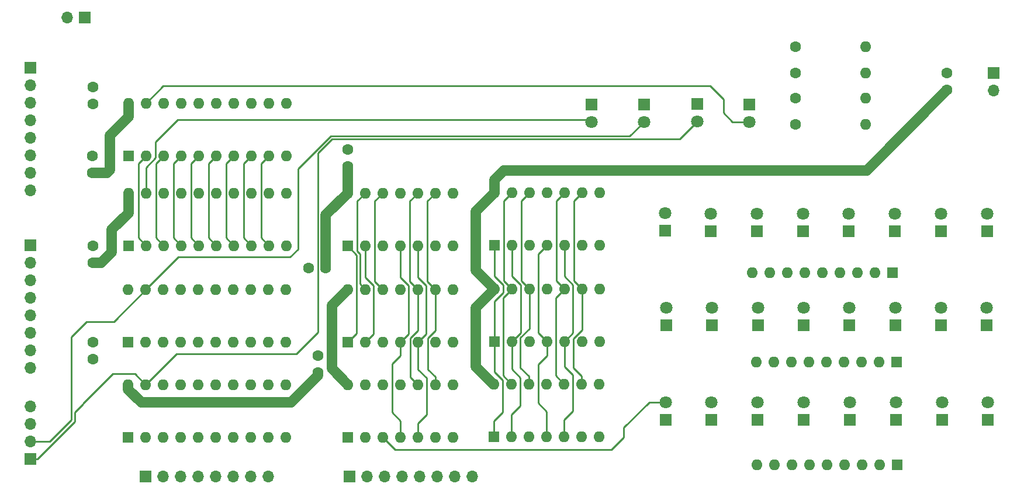
<source format=gbr>
%TF.GenerationSoftware,KiCad,Pcbnew,(5.1.9-0-10_14)*%
%TF.CreationDate,2021-04-28T01:33:21-04:00*%
%TF.ProjectId,ALU,414c552e-6b69-4636-9164-5f7063625858,rev?*%
%TF.SameCoordinates,Original*%
%TF.FileFunction,Copper,L2,Inr*%
%TF.FilePolarity,Positive*%
%FSLAX46Y46*%
G04 Gerber Fmt 4.6, Leading zero omitted, Abs format (unit mm)*
G04 Created by KiCad (PCBNEW (5.1.9-0-10_14)) date 2021-04-28 01:33:21*
%MOMM*%
%LPD*%
G01*
G04 APERTURE LIST*
%TA.AperFunction,ComponentPad*%
%ADD10O,1.600000X1.600000*%
%TD*%
%TA.AperFunction,ComponentPad*%
%ADD11C,1.600000*%
%TD*%
%TA.AperFunction,ComponentPad*%
%ADD12C,1.800000*%
%TD*%
%TA.AperFunction,ComponentPad*%
%ADD13R,1.800000X1.800000*%
%TD*%
%TA.AperFunction,ComponentPad*%
%ADD14O,1.700000X1.700000*%
%TD*%
%TA.AperFunction,ComponentPad*%
%ADD15R,1.700000X1.700000*%
%TD*%
%TA.AperFunction,ComponentPad*%
%ADD16R,1.600000X1.600000*%
%TD*%
%TA.AperFunction,Conductor*%
%ADD17C,1.500000*%
%TD*%
%TA.AperFunction,Conductor*%
%ADD18C,0.250000*%
%TD*%
G04 APERTURE END LIST*
D10*
%TO.N,GND*%
%TO.C,R4*%
X191922400Y-46723300D03*
D11*
%TO.N,Net-(D28-Pad1)*%
X181762400Y-46723300D03*
%TD*%
D10*
%TO.N,GND*%
%TO.C,R3*%
X191884300Y-35496500D03*
D11*
%TO.N,Net-(D27-Pad1)*%
X181724300Y-35496500D03*
%TD*%
D10*
%TO.N,GND*%
%TO.C,R2*%
X191884300Y-39230300D03*
D11*
%TO.N,Net-(D26-Pad1)*%
X181724300Y-39230300D03*
%TD*%
D10*
%TO.N,GND*%
%TO.C,R1*%
X191884300Y-42913300D03*
D11*
%TO.N,Net-(D25-Pad1)*%
X181724300Y-42913300D03*
%TD*%
D12*
%TO.N,/PASS*%
%TO.C,D28*%
X175082200Y-46342300D03*
D13*
%TO.N,Net-(D28-Pad1)*%
X175082200Y-43802300D03*
%TD*%
D12*
%TO.N,/AND_OUT*%
%TO.C,D27*%
X152171400Y-46367700D03*
D13*
%TO.N,Net-(D27-Pad1)*%
X152171400Y-43827700D03*
%TD*%
D12*
%TO.N,/OR_OUT*%
%TO.C,D26*%
X159804100Y-46342300D03*
D13*
%TO.N,Net-(D26-Pad1)*%
X159804100Y-43802300D03*
%TD*%
D12*
%TO.N,/XOR_OUT*%
%TO.C,D25*%
X167538400Y-46329600D03*
D13*
%TO.N,Net-(D25-Pad1)*%
X167538400Y-43789600D03*
%TD*%
D14*
%TO.N,VCC*%
%TO.C,J7*%
X76238100Y-31191200D03*
D15*
%TO.N,GND*%
X78778100Y-31191200D03*
%TD*%
D14*
%TO.N,/Y1*%
%TO.C,J6*%
X134924800Y-97739200D03*
%TO.N,/Y2*%
X132384800Y-97739200D03*
%TO.N,/Y3*%
X129844800Y-97739200D03*
%TO.N,/Y4*%
X127304800Y-97739200D03*
%TO.N,/Y5*%
X124764800Y-97739200D03*
%TO.N,/Y6*%
X122224800Y-97739200D03*
%TO.N,/Y7*%
X119684800Y-97739200D03*
D15*
%TO.N,/Y8*%
X117144800Y-97739200D03*
%TD*%
D10*
%TO.N,Net-(D17-Pad1)*%
%TO.C,RN3*%
X176187100Y-96075500D03*
%TO.N,Net-(D18-Pad1)*%
X178727100Y-96075500D03*
%TO.N,Net-(D19-Pad1)*%
X181267100Y-96075500D03*
%TO.N,Net-(D20-Pad1)*%
X183807100Y-96075500D03*
%TO.N,Net-(D21-Pad1)*%
X186347100Y-96075500D03*
%TO.N,Net-(D22-Pad1)*%
X188887100Y-96075500D03*
%TO.N,Net-(D23-Pad1)*%
X191427100Y-96075500D03*
%TO.N,Net-(D24-Pad1)*%
X193967100Y-96075500D03*
D16*
%TO.N,GND*%
X196507100Y-96075500D03*
%TD*%
D14*
%TO.N,/PASS*%
%TO.C,J5*%
X70929500Y-87591900D03*
%TO.N,/AND_OUT*%
X70929500Y-90131900D03*
%TO.N,/OR_OUT*%
X70929500Y-92671900D03*
D15*
%TO.N,/XOR_OUT*%
X70929500Y-95211900D03*
%TD*%
D10*
%TO.N,VCC*%
%TO.C,U7*%
X138124000Y-70574100D03*
%TO.N,GND*%
X153364000Y-78194100D03*
%TO.N,A2*%
X140664000Y-70574100D03*
%TO.N,Net-(D12-Pad2)*%
X150824000Y-78194100D03*
%TO.N,B2*%
X143204000Y-70574100D03*
%TO.N,B5*%
X148284000Y-78194100D03*
%TO.N,Net-(D15-Pad2)*%
X145744000Y-70574100D03*
%TO.N,A5*%
X145744000Y-78194100D03*
%TO.N,B1*%
X148284000Y-70574100D03*
%TO.N,Net-(D11-Pad2)*%
X143204000Y-78194100D03*
%TO.N,A1*%
X150824000Y-70574100D03*
%TO.N,B6*%
X140664000Y-78194100D03*
%TO.N,Net-(D16-Pad2)*%
X153364000Y-70574100D03*
D16*
%TO.N,A6*%
X138124000Y-78194100D03*
%TD*%
D12*
%TO.N,Net-(D24-Pad2)*%
%TO.C,D24*%
X209638900Y-86995000D03*
D13*
%TO.N,Net-(D24-Pad1)*%
X209638900Y-89535000D03*
%TD*%
D12*
%TO.N,Net-(D23-Pad2)*%
%TO.C,D23*%
X202971400Y-86995000D03*
D13*
%TO.N,Net-(D23-Pad1)*%
X202971400Y-89535000D03*
%TD*%
D12*
%TO.N,Net-(D22-Pad2)*%
%TO.C,D22*%
X196303900Y-86995000D03*
D13*
%TO.N,Net-(D22-Pad1)*%
X196303900Y-89535000D03*
%TD*%
D12*
%TO.N,Net-(D21-Pad2)*%
%TO.C,D21*%
X189611000Y-86995000D03*
D13*
%TO.N,Net-(D21-Pad1)*%
X189611000Y-89535000D03*
%TD*%
D12*
%TO.N,Net-(D20-Pad2)*%
%TO.C,D20*%
X182930800Y-87007700D03*
D13*
%TO.N,Net-(D20-Pad1)*%
X182930800Y-89547700D03*
%TD*%
D12*
%TO.N,Net-(D19-Pad2)*%
%TO.C,D19*%
X176263300Y-86995000D03*
D13*
%TO.N,Net-(D19-Pad1)*%
X176263300Y-89535000D03*
%TD*%
D12*
%TO.N,Net-(D18-Pad2)*%
%TO.C,D18*%
X169595800Y-86995000D03*
D13*
%TO.N,Net-(D18-Pad1)*%
X169595800Y-89535000D03*
%TD*%
D12*
%TO.N,Net-(D17-Pad2)*%
%TO.C,D17*%
X162941000Y-87007700D03*
D13*
%TO.N,Net-(D17-Pad1)*%
X162941000Y-89547700D03*
%TD*%
D10*
%TO.N,Net-(D9-Pad1)*%
%TO.C,RN2*%
X176072800Y-81191100D03*
%TO.N,Net-(D10-Pad1)*%
X178612800Y-81191100D03*
%TO.N,Net-(D11-Pad1)*%
X181152800Y-81191100D03*
%TO.N,Net-(D12-Pad1)*%
X183692800Y-81191100D03*
%TO.N,Net-(D13-Pad1)*%
X186232800Y-81191100D03*
%TO.N,Net-(D14-Pad1)*%
X188772800Y-81191100D03*
%TO.N,Net-(D15-Pad1)*%
X191312800Y-81191100D03*
%TO.N,Net-(D16-Pad1)*%
X193852800Y-81191100D03*
D16*
%TO.N,GND*%
X196392800Y-81191100D03*
%TD*%
D12*
%TO.N,Net-(D16-Pad2)*%
%TO.C,D16*%
X209461100Y-73304400D03*
D13*
%TO.N,Net-(D16-Pad1)*%
X209461100Y-75844400D03*
%TD*%
D12*
%TO.N,Net-(D15-Pad2)*%
%TO.C,D15*%
X202831700Y-73304400D03*
D13*
%TO.N,Net-(D15-Pad1)*%
X202831700Y-75844400D03*
%TD*%
D12*
%TO.N,Net-(D14-Pad2)*%
%TO.C,D14*%
X196189600Y-73304400D03*
D13*
%TO.N,Net-(D14-Pad1)*%
X196189600Y-75844400D03*
%TD*%
D12*
%TO.N,Net-(D13-Pad2)*%
%TO.C,D13*%
X189560200Y-73304400D03*
D13*
%TO.N,Net-(D13-Pad1)*%
X189560200Y-75844400D03*
%TD*%
D12*
%TO.N,Net-(D12-Pad2)*%
%TO.C,D12*%
X182930800Y-73291700D03*
D13*
%TO.N,Net-(D12-Pad1)*%
X182930800Y-75831700D03*
%TD*%
D12*
%TO.N,Net-(D11-Pad2)*%
%TO.C,D11*%
X176301400Y-73279000D03*
D13*
%TO.N,Net-(D11-Pad1)*%
X176301400Y-75819000D03*
%TD*%
D12*
%TO.N,Net-(D10-Pad2)*%
%TO.C,D10*%
X169659300Y-73279000D03*
D13*
%TO.N,Net-(D10-Pad1)*%
X169659300Y-75819000D03*
%TD*%
D12*
%TO.N,Net-(U4-Pad3)*%
%TO.C,D9*%
X163029900Y-73266300D03*
D13*
%TO.N,Net-(D9-Pad1)*%
X163029900Y-75806300D03*
%TD*%
D10*
%TO.N,Net-(D1-Pad1)*%
%TO.C,RN1*%
X175475900Y-68186300D03*
%TO.N,Net-(D2-Pad1)*%
X178015900Y-68186300D03*
%TO.N,Net-(D3-Pad1)*%
X180555900Y-68186300D03*
%TO.N,Net-(D4-Pad1)*%
X183095900Y-68186300D03*
%TO.N,Net-(D5-Pad1)*%
X185635900Y-68186300D03*
%TO.N,Net-(D6-Pad1)*%
X188175900Y-68186300D03*
%TO.N,Net-(D7-Pad1)*%
X190715900Y-68186300D03*
%TO.N,Net-(D8-Pad1)*%
X193255900Y-68186300D03*
D16*
%TO.N,GND*%
X195795900Y-68186300D03*
%TD*%
D12*
%TO.N,Net-(D8-Pad2)*%
%TO.C,D8*%
X209524600Y-59639200D03*
D13*
%TO.N,Net-(D8-Pad1)*%
X209524600Y-62179200D03*
%TD*%
D12*
%TO.N,Net-(D7-Pad2)*%
%TO.C,D7*%
X202844400Y-59639200D03*
D13*
%TO.N,Net-(D7-Pad1)*%
X202844400Y-62179200D03*
%TD*%
D12*
%TO.N,Net-(D6-Pad2)*%
%TO.C,D6*%
X196164200Y-59639200D03*
D13*
%TO.N,Net-(D6-Pad1)*%
X196164200Y-62179200D03*
%TD*%
D12*
%TO.N,Net-(D5-Pad2)*%
%TO.C,D5*%
X189471300Y-59639200D03*
D13*
%TO.N,Net-(D5-Pad1)*%
X189471300Y-62179200D03*
%TD*%
D12*
%TO.N,Net-(D4-Pad2)*%
%TO.C,D4*%
X182816500Y-59639200D03*
D13*
%TO.N,Net-(D4-Pad1)*%
X182816500Y-62179200D03*
%TD*%
D12*
%TO.N,Net-(D3-Pad2)*%
%TO.C,D3*%
X176149000Y-59639200D03*
D13*
%TO.N,Net-(D3-Pad1)*%
X176149000Y-62179200D03*
%TD*%
D12*
%TO.N,Net-(D2-Pad2)*%
%TO.C,D2*%
X169494200Y-59639200D03*
D13*
%TO.N,Net-(D2-Pad1)*%
X169494200Y-62179200D03*
%TD*%
D12*
%TO.N,Net-(D1-Pad2)*%
%TO.C,D1*%
X162852100Y-59626500D03*
D13*
%TO.N,Net-(D1-Pad1)*%
X162852100Y-62166500D03*
%TD*%
D14*
%TO.N,/Y1*%
%TO.C,J4*%
X105397300Y-97751900D03*
%TO.N,/Y2*%
X102857300Y-97751900D03*
%TO.N,/Y3*%
X100317300Y-97751900D03*
%TO.N,/Y4*%
X97777300Y-97751900D03*
%TO.N,/Y5*%
X95237300Y-97751900D03*
%TO.N,/Y6*%
X92697300Y-97751900D03*
%TO.N,/Y7*%
X90157300Y-97751900D03*
D15*
%TO.N,/Y8*%
X87617300Y-97751900D03*
%TD*%
D11*
%TO.N,GND*%
%TO.C,C8*%
X112560100Y-80227800D03*
%TO.N,VCC*%
X112560100Y-82727800D03*
%TD*%
%TO.N,GND*%
%TO.C,C7*%
X80022700Y-41289600D03*
%TO.N,VCC*%
X80022700Y-43789600D03*
%TD*%
%TO.N,GND*%
%TO.C,C6*%
X111215800Y-67551300D03*
%TO.N,VCC*%
X113715800Y-67551300D03*
%TD*%
%TO.N,GND*%
%TO.C,C5*%
X116865400Y-50332000D03*
%TO.N,VCC*%
X116865400Y-52832000D03*
%TD*%
%TO.N,GND*%
%TO.C,C4*%
X79883000Y-51284500D03*
%TO.N,VCC*%
X79883000Y-53784500D03*
%TD*%
D10*
%TO.N,VCC*%
%TO.C,U10*%
X85128100Y-43675300D03*
%TO.N,GND*%
X107988100Y-51295300D03*
%TO.N,/PASS*%
X87668100Y-43675300D03*
%TO.N,/Y1*%
X105448100Y-51295300D03*
%TO.N,A8*%
X90208100Y-43675300D03*
%TO.N,/Y2*%
X102908100Y-51295300D03*
%TO.N,A7*%
X92748100Y-43675300D03*
%TO.N,/Y3*%
X100368100Y-51295300D03*
%TO.N,A6*%
X95288100Y-43675300D03*
%TO.N,/Y4*%
X97828100Y-51295300D03*
%TO.N,A5*%
X97828100Y-43675300D03*
%TO.N,/Y5*%
X95288100Y-51295300D03*
%TO.N,A4*%
X100368100Y-43675300D03*
%TO.N,/Y6*%
X92748100Y-51295300D03*
%TO.N,A3*%
X102908100Y-43675300D03*
%TO.N,/Y7*%
X90208100Y-51295300D03*
%TO.N,A2*%
X105448100Y-43675300D03*
%TO.N,/Y8*%
X87668100Y-51295300D03*
%TO.N,A1*%
X107988100Y-43675300D03*
D16*
%TO.N,GND*%
X85128100Y-51295300D03*
%TD*%
D10*
%TO.N,VCC*%
%TO.C,U9*%
X138085900Y-84374800D03*
%TO.N,GND*%
X153325900Y-91994800D03*
%TO.N,A2*%
X140625900Y-84374800D03*
%TO.N,Net-(D20-Pad2)*%
X150785900Y-91994800D03*
%TO.N,B2*%
X143165900Y-84374800D03*
%TO.N,B5*%
X148245900Y-91994800D03*
%TO.N,Net-(D23-Pad2)*%
X145705900Y-84374800D03*
%TO.N,A5*%
X145705900Y-91994800D03*
%TO.N,B1*%
X148245900Y-84374800D03*
%TO.N,Net-(D19-Pad2)*%
X143165900Y-91994800D03*
%TO.N,A1*%
X150785900Y-84374800D03*
%TO.N,B6*%
X140625900Y-91994800D03*
%TO.N,Net-(D24-Pad2)*%
X153325900Y-84374800D03*
D16*
%TO.N,A6*%
X138085900Y-91994800D03*
%TD*%
D10*
%TO.N,VCC*%
%TO.C,U8*%
X85090000Y-84442300D03*
%TO.N,GND*%
X107950000Y-92062300D03*
%TO.N,/XOR_OUT*%
X87630000Y-84442300D03*
%TO.N,/Y1*%
X105410000Y-92062300D03*
%TO.N,Net-(D17-Pad2)*%
X90170000Y-84442300D03*
%TO.N,/Y2*%
X102870000Y-92062300D03*
%TO.N,Net-(D18-Pad2)*%
X92710000Y-84442300D03*
%TO.N,/Y3*%
X100330000Y-92062300D03*
%TO.N,Net-(D19-Pad2)*%
X95250000Y-84442300D03*
%TO.N,/Y4*%
X97790000Y-92062300D03*
%TO.N,Net-(D20-Pad2)*%
X97790000Y-84442300D03*
%TO.N,/Y5*%
X95250000Y-92062300D03*
%TO.N,Net-(D21-Pad2)*%
X100330000Y-84442300D03*
%TO.N,/Y6*%
X92710000Y-92062300D03*
%TO.N,Net-(D22-Pad2)*%
X102870000Y-84442300D03*
%TO.N,/Y7*%
X90170000Y-92062300D03*
%TO.N,Net-(D23-Pad2)*%
X105410000Y-84442300D03*
%TO.N,/Y8*%
X87630000Y-92062300D03*
%TO.N,Net-(D24-Pad2)*%
X107950000Y-84442300D03*
D16*
%TO.N,GND*%
X85090000Y-92062300D03*
%TD*%
D10*
%TO.N,VCC*%
%TO.C,U6*%
X85102700Y-70662800D03*
%TO.N,GND*%
X107962700Y-78282800D03*
%TO.N,/OR_OUT*%
X87642700Y-70662800D03*
%TO.N,/Y1*%
X105422700Y-78282800D03*
%TO.N,Net-(U4-Pad3)*%
X90182700Y-70662800D03*
%TO.N,/Y2*%
X102882700Y-78282800D03*
%TO.N,Net-(D10-Pad2)*%
X92722700Y-70662800D03*
%TO.N,/Y3*%
X100342700Y-78282800D03*
%TO.N,Net-(D11-Pad2)*%
X95262700Y-70662800D03*
%TO.N,/Y4*%
X97802700Y-78282800D03*
%TO.N,Net-(D12-Pad2)*%
X97802700Y-70662800D03*
%TO.N,/Y5*%
X95262700Y-78282800D03*
%TO.N,Net-(D13-Pad2)*%
X100342700Y-70662800D03*
%TO.N,/Y6*%
X92722700Y-78282800D03*
%TO.N,Net-(D14-Pad2)*%
X102882700Y-70662800D03*
%TO.N,/Y7*%
X90182700Y-78282800D03*
%TO.N,Net-(D15-Pad2)*%
X105422700Y-70662800D03*
%TO.N,/Y8*%
X87642700Y-78282800D03*
%TO.N,Net-(D16-Pad2)*%
X107962700Y-70662800D03*
D16*
%TO.N,GND*%
X85102700Y-78282800D03*
%TD*%
D10*
%TO.N,VCC*%
%TO.C,U5*%
X116895200Y-84451000D03*
%TO.N,GND*%
X132135200Y-92071000D03*
%TO.N,B4*%
X119435200Y-84451000D03*
%TO.N,Net-(D18-Pad2)*%
X129595200Y-92071000D03*
%TO.N,A4*%
X121975200Y-84451000D03*
%TO.N,B7*%
X127055200Y-92071000D03*
%TO.N,Net-(D21-Pad2)*%
X124515200Y-84451000D03*
%TO.N,A7*%
X124515200Y-92071000D03*
%TO.N,B3*%
X127055200Y-84451000D03*
%TO.N,Net-(D17-Pad2)*%
X121975200Y-92071000D03*
%TO.N,A3*%
X129595200Y-84451000D03*
%TO.N,B8*%
X119435200Y-92071000D03*
%TO.N,Net-(D22-Pad2)*%
X132135200Y-84451000D03*
D16*
%TO.N,A8*%
X116895200Y-92071000D03*
%TD*%
D10*
%TO.N,VCC*%
%TO.C,U4*%
X116933300Y-70650300D03*
%TO.N,GND*%
X132173300Y-78270300D03*
%TO.N,B4*%
X119473300Y-70650300D03*
%TO.N,Net-(D10-Pad2)*%
X129633300Y-78270300D03*
%TO.N,A4*%
X122013300Y-70650300D03*
%TO.N,B7*%
X127093300Y-78270300D03*
%TO.N,Net-(D13-Pad2)*%
X124553300Y-70650300D03*
%TO.N,A7*%
X124553300Y-78270300D03*
%TO.N,B3*%
X127093300Y-70650300D03*
%TO.N,Net-(U4-Pad3)*%
X122013300Y-78270300D03*
%TO.N,A3*%
X129633300Y-70650300D03*
%TO.N,B8*%
X119473300Y-78270300D03*
%TO.N,Net-(D14-Pad2)*%
X132173300Y-70650300D03*
D16*
%TO.N,A8*%
X116933300Y-78270300D03*
%TD*%
D11*
%TO.N,GND*%
%TO.C,C3*%
X79946500Y-78272000D03*
%TO.N,VCC*%
X79946500Y-80772000D03*
%TD*%
%TO.N,GND*%
%TO.C,C2*%
X79946500Y-64289300D03*
%TO.N,VCC*%
X79946500Y-66789300D03*
%TD*%
D10*
%TO.N,VCC*%
%TO.C,U3*%
X138112500Y-56654700D03*
%TO.N,GND*%
X153352500Y-64274700D03*
%TO.N,A2*%
X140652500Y-56654700D03*
%TO.N,Net-(D4-Pad2)*%
X150812500Y-64274700D03*
%TO.N,B2*%
X143192500Y-56654700D03*
%TO.N,B5*%
X148272500Y-64274700D03*
%TO.N,Net-(D7-Pad2)*%
X145732500Y-56654700D03*
%TO.N,A5*%
X145732500Y-64274700D03*
%TO.N,B1*%
X148272500Y-56654700D03*
%TO.N,Net-(D3-Pad2)*%
X143192500Y-64274700D03*
%TO.N,A1*%
X150812500Y-56654700D03*
%TO.N,B6*%
X140652500Y-64274700D03*
%TO.N,Net-(D8-Pad2)*%
X153352500Y-56654700D03*
D16*
%TO.N,A6*%
X138112500Y-64274700D03*
%TD*%
D10*
%TO.N,VCC*%
%TO.C,U2*%
X85140800Y-56667400D03*
%TO.N,GND*%
X108000800Y-64287400D03*
%TO.N,/AND_OUT*%
X87680800Y-56667400D03*
%TO.N,/Y1*%
X105460800Y-64287400D03*
%TO.N,Net-(D1-Pad2)*%
X90220800Y-56667400D03*
%TO.N,/Y2*%
X102920800Y-64287400D03*
%TO.N,Net-(D2-Pad2)*%
X92760800Y-56667400D03*
%TO.N,/Y3*%
X100380800Y-64287400D03*
%TO.N,Net-(D3-Pad2)*%
X95300800Y-56667400D03*
%TO.N,/Y4*%
X97840800Y-64287400D03*
%TO.N,Net-(D4-Pad2)*%
X97840800Y-56667400D03*
%TO.N,/Y5*%
X95300800Y-64287400D03*
%TO.N,Net-(D5-Pad2)*%
X100380800Y-56667400D03*
%TO.N,/Y6*%
X92760800Y-64287400D03*
%TO.N,Net-(D6-Pad2)*%
X102920800Y-56667400D03*
%TO.N,/Y7*%
X90220800Y-64287400D03*
%TO.N,Net-(D7-Pad2)*%
X105460800Y-56667400D03*
%TO.N,/Y8*%
X87680800Y-64287400D03*
%TO.N,Net-(D8-Pad2)*%
X108000800Y-56667400D03*
D16*
%TO.N,GND*%
X85140800Y-64287400D03*
%TD*%
D10*
%TO.N,VCC*%
%TO.C,U1*%
X116865400Y-56718200D03*
%TO.N,GND*%
X132105400Y-64338200D03*
%TO.N,B4*%
X119405400Y-56718200D03*
%TO.N,Net-(D2-Pad2)*%
X129565400Y-64338200D03*
%TO.N,A4*%
X121945400Y-56718200D03*
%TO.N,B7*%
X127025400Y-64338200D03*
%TO.N,Net-(D5-Pad2)*%
X124485400Y-56718200D03*
%TO.N,A7*%
X124485400Y-64338200D03*
%TO.N,B3*%
X127025400Y-56718200D03*
%TO.N,Net-(D1-Pad2)*%
X121945400Y-64338200D03*
%TO.N,A3*%
X129565400Y-56718200D03*
%TO.N,B8*%
X119405400Y-64338200D03*
%TO.N,Net-(D6-Pad2)*%
X132105400Y-56718200D03*
D16*
%TO.N,A8*%
X116865400Y-64338200D03*
%TD*%
D14*
%TO.N,B8*%
%TO.C,J3*%
X70916800Y-82003900D03*
%TO.N,B7*%
X70916800Y-79463900D03*
%TO.N,B6*%
X70916800Y-76923900D03*
%TO.N,B5*%
X70916800Y-74383900D03*
%TO.N,B4*%
X70916800Y-71843900D03*
%TO.N,B3*%
X70916800Y-69303900D03*
%TO.N,B2*%
X70916800Y-66763900D03*
D15*
%TO.N,B1*%
X70916800Y-64223900D03*
%TD*%
D14*
%TO.N,A8*%
%TO.C,J2*%
X70904100Y-56273700D03*
%TO.N,A7*%
X70904100Y-53733700D03*
%TO.N,A6*%
X70904100Y-51193700D03*
%TO.N,A5*%
X70904100Y-48653700D03*
%TO.N,A4*%
X70904100Y-46113700D03*
%TO.N,A3*%
X70904100Y-43573700D03*
%TO.N,A2*%
X70904100Y-41033700D03*
D15*
%TO.N,A1*%
X70904100Y-38493700D03*
%TD*%
D14*
%TO.N,VCC*%
%TO.C,J1*%
X210464400Y-41795700D03*
D15*
%TO.N,GND*%
X210464400Y-39255700D03*
%TD*%
D11*
%TO.N,GND*%
%TO.C,C1*%
X203695300Y-39257600D03*
%TO.N,VCC*%
X203695300Y-41757600D03*
%TD*%
D17*
%TO.N,VCC*%
X116865400Y-52832000D02*
X116865400Y-56718200D01*
X135432800Y-67882900D02*
X138124000Y-70574100D01*
X135432800Y-59334400D02*
X135432800Y-67882900D01*
X138112500Y-56654700D02*
X135432800Y-59334400D01*
X138124000Y-70574100D02*
X135432800Y-73265300D01*
X135432800Y-73265300D02*
X135432800Y-81826100D01*
D18*
X137981500Y-84374800D02*
X138085900Y-84374800D01*
D17*
X135432800Y-81826100D02*
X137981500Y-84374800D01*
D18*
X135229600Y-82029300D02*
X135432800Y-81826100D01*
D17*
X116933300Y-70650300D02*
X114592100Y-72991500D01*
X114592100Y-82147900D02*
X116895200Y-84451000D01*
X114592100Y-72991500D02*
X114592100Y-82147900D01*
X116865400Y-56718200D02*
X113715800Y-59867800D01*
X113715800Y-59867800D02*
X113715800Y-67551300D01*
D18*
X112242600Y-82410300D02*
X112560100Y-82727800D01*
D17*
X81178400Y-66789300D02*
X79946500Y-66789300D01*
X82715100Y-65252600D02*
X81178400Y-66789300D01*
X82715100Y-61988700D02*
X82715100Y-65252600D01*
X85140800Y-59563000D02*
X82715100Y-61988700D01*
X85140800Y-56667400D02*
X85140800Y-59563000D01*
X85128100Y-43675300D02*
X85128100Y-45631100D01*
X85128100Y-45631100D02*
X82461100Y-48298100D01*
X82461100Y-48298100D02*
X82461100Y-53314600D01*
X81991200Y-53784500D02*
X79883000Y-53784500D01*
X82461100Y-53314600D02*
X81991200Y-53784500D01*
X139509500Y-53378100D02*
X138112500Y-54775100D01*
X192074800Y-53378100D02*
X139509500Y-53378100D01*
X138112500Y-54775100D02*
X138112500Y-56654700D01*
X203695300Y-41757600D02*
X192074800Y-53378100D01*
D18*
X112560100Y-83159600D02*
X112560100Y-82727800D01*
D17*
X86982300Y-87007700D02*
X108712000Y-87007700D01*
X85090000Y-85115400D02*
X86982300Y-87007700D01*
X108712000Y-87007700D02*
X112560100Y-83159600D01*
X85090000Y-84442300D02*
X85090000Y-85115400D01*
D18*
%TO.N,A8*%
X118198900Y-77004700D02*
X116933300Y-78270300D01*
X116865400Y-64338200D02*
X118198900Y-65671700D01*
X118198900Y-65671700D02*
X118198900Y-77004700D01*
%TO.N,A7*%
X125678301Y-77145299D02*
X124553300Y-78270300D01*
X125678301Y-70110299D02*
X125678301Y-77145299D01*
X124485400Y-68917398D02*
X125678301Y-70110299D01*
X124485400Y-64338200D02*
X124485400Y-68917398D01*
X124515200Y-89704500D02*
X124515200Y-92071000D01*
X123304300Y-81457800D02*
X123304300Y-88493600D01*
X123304300Y-88493600D02*
X124515200Y-89704500D01*
X124553300Y-80208800D02*
X123304300Y-81457800D01*
X124553300Y-78270300D02*
X124553300Y-80208800D01*
%TO.N,A6*%
X138124000Y-78194100D02*
X138124000Y-82612300D01*
X138124000Y-82612300D02*
X139344400Y-83832700D01*
X139344400Y-83832700D02*
X139344400Y-88468200D01*
X138085900Y-89726700D02*
X138085900Y-91994800D01*
X139344400Y-88468200D02*
X138085900Y-89726700D01*
X138112500Y-68745100D02*
X138112500Y-64274700D01*
X139407900Y-70040500D02*
X138112500Y-68745100D01*
X139407900Y-71094600D02*
X139407900Y-70040500D01*
X138124000Y-72378500D02*
X139407900Y-71094600D01*
X138124000Y-78194100D02*
X138124000Y-72378500D01*
%TO.N,A5*%
X145744000Y-78194100D02*
X145744000Y-80227100D01*
X145744000Y-80227100D02*
X144462500Y-81508600D01*
X144462500Y-81508600D02*
X144462500Y-87109300D01*
X145705900Y-88352700D02*
X145705900Y-91994800D01*
X144462500Y-87109300D02*
X145705900Y-88352700D01*
X144487900Y-76938000D02*
X145744000Y-78194100D01*
X144487900Y-65519300D02*
X144487900Y-76938000D01*
X145732500Y-64274700D02*
X144487900Y-65519300D01*
%TO.N,A4*%
X120820399Y-69457399D02*
X122013300Y-70650300D01*
X120820399Y-57843201D02*
X120820399Y-69457399D01*
X121945400Y-56718200D02*
X120820399Y-57843201D01*
%TO.N,A3*%
X128440399Y-69457399D02*
X129633300Y-70650300D01*
X128440399Y-57843201D02*
X128440399Y-69457399D01*
X129565400Y-56718200D02*
X128440399Y-57843201D01*
X128508299Y-82232729D02*
X129595200Y-83319630D01*
X129633300Y-76605298D02*
X128508299Y-77730299D01*
X128508299Y-77730299D02*
X128508299Y-82232729D01*
X129633300Y-70650300D02*
X129633300Y-76605298D01*
X129595200Y-83319630D02*
X129595200Y-84451000D01*
%TO.N,A2*%
X139527499Y-69437599D02*
X140664000Y-70574100D01*
X139527499Y-57779701D02*
X139527499Y-69437599D01*
X140652500Y-56654700D02*
X139527499Y-57779701D01*
X139395200Y-83144100D02*
X140625900Y-84374800D01*
X139395200Y-71842900D02*
X139395200Y-83144100D01*
X140664000Y-70574100D02*
X139395200Y-71842900D01*
%TO.N,A1*%
X149687499Y-69437599D02*
X150824000Y-70574100D01*
X149687499Y-57779701D02*
X149687499Y-69437599D01*
X150812500Y-56654700D02*
X149687499Y-57779701D01*
X150785900Y-83243430D02*
X150785900Y-84374800D01*
X149567900Y-82025430D02*
X150785900Y-83243430D01*
X149567900Y-77785198D02*
X149567900Y-82025430D01*
X150824000Y-76529098D02*
X149567900Y-77785198D01*
X150824000Y-70574100D02*
X150824000Y-76529098D01*
%TO.N,B8*%
X120598301Y-70110299D02*
X120598301Y-77145299D01*
X120598301Y-77145299D02*
X119473300Y-78270300D01*
X119405400Y-68917398D02*
X120598301Y-70110299D01*
X119405400Y-64338200D02*
X119405400Y-68917398D01*
%TO.N,B7*%
X128218301Y-77145299D02*
X127093300Y-78270300D01*
X128218301Y-70110299D02*
X128218301Y-77145299D01*
X127025400Y-68917398D02*
X128218301Y-70110299D01*
X127025400Y-64338200D02*
X127025400Y-68917398D01*
X127093300Y-78270300D02*
X127093300Y-82236900D01*
X127093300Y-82236900D02*
X128320800Y-83464400D01*
X128320800Y-83464400D02*
X128320800Y-88785700D01*
X127055200Y-90051300D02*
X127055200Y-92071000D01*
X128320800Y-88785700D02*
X127055200Y-90051300D01*
%TO.N,B6*%
X141884400Y-87566500D02*
X140625900Y-88825000D01*
X140625900Y-88825000D02*
X140625900Y-91994800D01*
X141884400Y-83451700D02*
X141884400Y-87566500D01*
X140664000Y-82231300D02*
X141884400Y-83451700D01*
X140664000Y-78194100D02*
X140664000Y-82231300D01*
X141922500Y-76935600D02*
X140664000Y-78194100D01*
X140652500Y-68707000D02*
X141922500Y-69977000D01*
X141922500Y-69977000D02*
X141922500Y-76935600D01*
X140652500Y-64274700D02*
X140652500Y-68707000D01*
%TO.N,B5*%
X148245900Y-89587000D02*
X148245900Y-91994800D01*
X149504400Y-88328500D02*
X148245900Y-89587000D01*
X148284000Y-81837600D02*
X149504400Y-83058000D01*
X149504400Y-83058000D02*
X149504400Y-88328500D01*
X148284000Y-78194100D02*
X148284000Y-81837600D01*
X149529800Y-76948300D02*
X148284000Y-78194100D01*
X149529800Y-70002400D02*
X149529800Y-76948300D01*
X148272500Y-68745100D02*
X149529800Y-70002400D01*
X148272500Y-64274700D02*
X148272500Y-68745100D01*
%TO.N,B4*%
X118673301Y-69850301D02*
X119473300Y-70650300D01*
X119405400Y-56718200D02*
X118280399Y-57843201D01*
X118280399Y-65116789D02*
X118673301Y-65509690D01*
X118280399Y-57843201D02*
X118280399Y-65116789D01*
X118673301Y-65509690D02*
X118673301Y-69850301D01*
%TO.N,B3*%
X125900399Y-69457399D02*
X127093300Y-70650300D01*
X125900399Y-57843201D02*
X125900399Y-69457399D01*
X127025400Y-56718200D02*
X125900399Y-57843201D01*
X125968299Y-83364099D02*
X127055200Y-84451000D01*
X125968299Y-77730299D02*
X125968299Y-83364099D01*
X127093300Y-76605298D02*
X125968299Y-77730299D01*
X127093300Y-70650300D02*
X127093300Y-76605298D01*
%TO.N,B2*%
X142067499Y-69437599D02*
X143204000Y-70574100D01*
X142067499Y-57779701D02*
X142067499Y-69437599D01*
X143192500Y-56654700D02*
X142067499Y-57779701D01*
X143165900Y-83243430D02*
X143165900Y-84374800D01*
X141909800Y-81987330D02*
X143165900Y-83243430D01*
X143204000Y-76366300D02*
X141909800Y-77660500D01*
X141909800Y-77660500D02*
X141909800Y-81987330D01*
X143204000Y-70574100D02*
X143204000Y-76366300D01*
%TO.N,B1*%
X147147499Y-69437599D02*
X148284000Y-70574100D01*
X147147499Y-57779701D02*
X147147499Y-69437599D01*
X148272500Y-56654700D02*
X147147499Y-57779701D01*
X147002500Y-83131400D02*
X148245900Y-84374800D01*
X147002500Y-71855600D02*
X147002500Y-83131400D01*
X148284000Y-70574100D02*
X147002500Y-71855600D01*
%TO.N,/AND_OUT*%
X89083099Y-51545303D02*
X89083099Y-49258001D01*
X87680800Y-52947602D02*
X89083099Y-51545303D01*
X87680800Y-56667400D02*
X87680800Y-52947602D01*
X89083099Y-49258001D02*
X92290900Y-46050200D01*
X151853900Y-46050200D02*
X152171400Y-46367700D01*
X92290900Y-46050200D02*
X151853900Y-46050200D01*
%TO.N,/Y1*%
X104335799Y-63162399D02*
X105460800Y-64287400D01*
X104335799Y-52407601D02*
X104335799Y-63162399D01*
X105448100Y-51295300D02*
X104335799Y-52407601D01*
%TO.N,/Y2*%
X101795799Y-63162399D02*
X102920800Y-64287400D01*
X101795799Y-52407601D02*
X101795799Y-63162399D01*
X102908100Y-51295300D02*
X101795799Y-52407601D01*
%TO.N,/Y3*%
X99255799Y-63162399D02*
X100380800Y-64287400D01*
X99255799Y-52407601D02*
X99255799Y-63162399D01*
X100368100Y-51295300D02*
X99255799Y-52407601D01*
%TO.N,/Y4*%
X96715799Y-63162399D02*
X97840800Y-64287400D01*
X96715799Y-52407601D02*
X96715799Y-63162399D01*
X97828100Y-51295300D02*
X96715799Y-52407601D01*
%TO.N,/Y5*%
X94175799Y-63162399D02*
X95300800Y-64287400D01*
X94175799Y-52407601D02*
X94175799Y-63162399D01*
X95288100Y-51295300D02*
X94175799Y-52407601D01*
%TO.N,/Y6*%
X91635799Y-52407601D02*
X91635799Y-63162399D01*
X91635799Y-63162399D02*
X92760800Y-64287400D01*
X92748100Y-51295300D02*
X91635799Y-52407601D01*
%TO.N,/Y7*%
X89095799Y-63162399D02*
X90220800Y-64287400D01*
X89095799Y-52407601D02*
X89095799Y-63162399D01*
X90208100Y-51295300D02*
X89095799Y-52407601D01*
%TO.N,/Y8*%
X86555799Y-63162399D02*
X87680800Y-64287400D01*
X86555799Y-52407601D02*
X86555799Y-63162399D01*
X87668100Y-51295300D02*
X86555799Y-52407601D01*
%TO.N,/OR_OUT*%
X73698100Y-92671900D02*
X70929500Y-92671900D01*
X76809600Y-77533500D02*
X76809600Y-89560400D01*
X79032100Y-75311000D02*
X76809600Y-77533500D01*
X76809600Y-89560400D02*
X73698100Y-92671900D01*
X82994500Y-75311000D02*
X79032100Y-75311000D01*
X87642700Y-70662800D02*
X82994500Y-75311000D01*
X157746700Y-48399700D02*
X159804100Y-46342300D01*
X114450989Y-48399700D02*
X157746700Y-48399700D01*
X109664500Y-53186189D02*
X114450989Y-48399700D01*
X92329000Y-65976500D02*
X108534200Y-65976500D01*
X109664500Y-64846200D02*
X109664500Y-53186189D01*
X108534200Y-65976500D02*
X109664500Y-64846200D01*
X87642700Y-70662800D02*
X92329000Y-65976500D01*
%TO.N,/XOR_OUT*%
X71932800Y-95211900D02*
X70929500Y-95211900D01*
X77330300Y-89814400D02*
X71932800Y-95211900D01*
X77330300Y-88442800D02*
X77330300Y-89814400D01*
X78524100Y-87249000D02*
X77330300Y-88442800D01*
X78524100Y-87249000D02*
X78524100Y-87198200D01*
X78524100Y-87198200D02*
X82854800Y-82867500D01*
X86055200Y-82867500D02*
X87630000Y-84442300D01*
X82854800Y-82867500D02*
X86055200Y-82867500D01*
X165018289Y-48849711D02*
X167538400Y-46329600D01*
X114637389Y-48849711D02*
X165018289Y-48849711D01*
X112590799Y-50896301D02*
X114637389Y-48849711D01*
X109448600Y-79997300D02*
X112590799Y-76855101D01*
X87630000Y-84442300D02*
X92075000Y-79997300D01*
X112590799Y-76855101D02*
X112590799Y-50896301D01*
X92075000Y-79997300D02*
X109448600Y-79997300D01*
%TO.N,/PASS*%
X87668100Y-43675300D02*
X90182700Y-41160700D01*
X90182700Y-41160700D02*
X169418000Y-41160700D01*
X169418000Y-41160700D02*
X171310300Y-43053000D01*
X171310300Y-43053000D02*
X171310300Y-45034200D01*
X172618400Y-46342300D02*
X175082200Y-46342300D01*
X171310300Y-45034200D02*
X172618400Y-46342300D01*
%TO.N,Net-(D17-Pad2)*%
X162941000Y-87007700D02*
X160553400Y-87007700D01*
X160553400Y-87007700D02*
X156870400Y-90690700D01*
X156870400Y-90690700D02*
X156870400Y-92113100D01*
X156870400Y-92113100D02*
X155092400Y-93891100D01*
X123795300Y-93891100D02*
X121975200Y-92071000D01*
X155092400Y-93891100D02*
X123795300Y-93891100D01*
%TD*%
M02*

</source>
